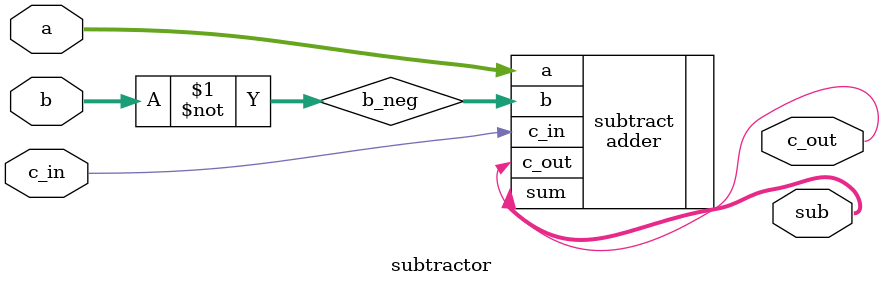
<source format=sv>
module subtractor(
  input  wire [31:0] a,
  input  wire [31:0] b,
  input  wire        c_in, //cin = 1
  output wire [31:0] sub,
  output wire        c_out
);

  wire  [31:0]  b_neg;
  
  assign b_neg = ~b;

  adder subtract(
    .a(a),
    .b(b_neg),
    .c_in(c_in),
    .sum(sub),
    .c_out(c_out)
  );

endmodule 
</source>
